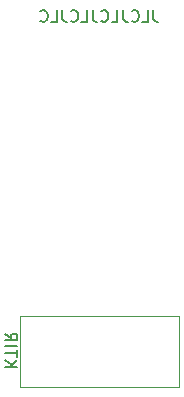
<source format=gbr>
%TF.GenerationSoftware,KiCad,Pcbnew,5.1.9-73d0e3b20d~88~ubuntu18.04.1*%
%TF.CreationDate,2021-03-07T14:56:15+02:00*%
%TF.ProjectId,oskar_optocoupler_carrier_pcb,6f736b61-725f-46f7-9074-6f636f75706c,rev a*%
%TF.SameCoordinates,Original*%
%TF.FileFunction,Legend,Bot*%
%TF.FilePolarity,Positive*%
%FSLAX46Y46*%
G04 Gerber Fmt 4.6, Leading zero omitted, Abs format (unit mm)*
G04 Created by KiCad (PCBNEW 5.1.9-73d0e3b20d~88~ubuntu18.04.1) date 2021-03-07 14:56:15*
%MOMM*%
%LPD*%
G01*
G04 APERTURE LIST*
%ADD10C,0.150000*%
%ADD11C,0.120000*%
G04 APERTURE END LIST*
D10*
X152193047Y-79970380D02*
X152193047Y-80684666D01*
X152240666Y-80827523D01*
X152335904Y-80922761D01*
X152478761Y-80970380D01*
X152574000Y-80970380D01*
X151240666Y-80970380D02*
X151716857Y-80970380D01*
X151716857Y-79970380D01*
X150335904Y-80875142D02*
X150383523Y-80922761D01*
X150526380Y-80970380D01*
X150621619Y-80970380D01*
X150764476Y-80922761D01*
X150859714Y-80827523D01*
X150907333Y-80732285D01*
X150954952Y-80541809D01*
X150954952Y-80398952D01*
X150907333Y-80208476D01*
X150859714Y-80113238D01*
X150764476Y-80018000D01*
X150621619Y-79970380D01*
X150526380Y-79970380D01*
X150383523Y-80018000D01*
X150335904Y-80065619D01*
X149621619Y-79970380D02*
X149621619Y-80684666D01*
X149669238Y-80827523D01*
X149764476Y-80922761D01*
X149907333Y-80970380D01*
X150002571Y-80970380D01*
X148669238Y-80970380D02*
X149145428Y-80970380D01*
X149145428Y-79970380D01*
X147764476Y-80875142D02*
X147812095Y-80922761D01*
X147954952Y-80970380D01*
X148050190Y-80970380D01*
X148193047Y-80922761D01*
X148288285Y-80827523D01*
X148335904Y-80732285D01*
X148383523Y-80541809D01*
X148383523Y-80398952D01*
X148335904Y-80208476D01*
X148288285Y-80113238D01*
X148193047Y-80018000D01*
X148050190Y-79970380D01*
X147954952Y-79970380D01*
X147812095Y-80018000D01*
X147764476Y-80065619D01*
X147050190Y-79970380D02*
X147050190Y-80684666D01*
X147097809Y-80827523D01*
X147193047Y-80922761D01*
X147335904Y-80970380D01*
X147431142Y-80970380D01*
X146097809Y-80970380D02*
X146574000Y-80970380D01*
X146574000Y-79970380D01*
X145193047Y-80875142D02*
X145240666Y-80922761D01*
X145383523Y-80970380D01*
X145478761Y-80970380D01*
X145621619Y-80922761D01*
X145716857Y-80827523D01*
X145764476Y-80732285D01*
X145812095Y-80541809D01*
X145812095Y-80398952D01*
X145764476Y-80208476D01*
X145716857Y-80113238D01*
X145621619Y-80018000D01*
X145478761Y-79970380D01*
X145383523Y-79970380D01*
X145240666Y-80018000D01*
X145193047Y-80065619D01*
X144478761Y-79970380D02*
X144478761Y-80684666D01*
X144526380Y-80827523D01*
X144621619Y-80922761D01*
X144764476Y-80970380D01*
X144859714Y-80970380D01*
X143526380Y-80970380D02*
X144002571Y-80970380D01*
X144002571Y-79970380D01*
X142621619Y-80875142D02*
X142669238Y-80922761D01*
X142812095Y-80970380D01*
X142907333Y-80970380D01*
X143050190Y-80922761D01*
X143145428Y-80827523D01*
X143193047Y-80732285D01*
X143240666Y-80541809D01*
X143240666Y-80398952D01*
X143193047Y-80208476D01*
X143145428Y-80113238D01*
X143050190Y-80018000D01*
X142907333Y-79970380D01*
X142812095Y-79970380D01*
X142669238Y-80018000D01*
X142621619Y-80065619D01*
D11*
%TO.C,U1*%
X140861000Y-105863000D02*
X140861000Y-111863000D01*
X140861000Y-111863000D02*
X154361000Y-111859000D01*
X154361000Y-105859000D02*
X154361000Y-111859000D01*
X140861000Y-105863000D02*
X154361000Y-105859000D01*
D10*
X139646619Y-110172952D02*
X140646619Y-110172952D01*
X139646619Y-109601523D02*
X140218047Y-110030095D01*
X140646619Y-109601523D02*
X140075190Y-110172952D01*
X140646619Y-109315809D02*
X140646619Y-108744380D01*
X139646619Y-109030095D02*
X140646619Y-109030095D01*
X139646619Y-108411047D02*
X140646619Y-108411047D01*
X139646619Y-107363428D02*
X140122809Y-107696761D01*
X139646619Y-107934857D02*
X140646619Y-107934857D01*
X140646619Y-107553904D01*
X140599000Y-107458666D01*
X140551380Y-107411047D01*
X140456142Y-107363428D01*
X140313285Y-107363428D01*
X140218047Y-107411047D01*
X140170428Y-107458666D01*
X140122809Y-107553904D01*
X140122809Y-107934857D01*
%TD*%
M02*

</source>
